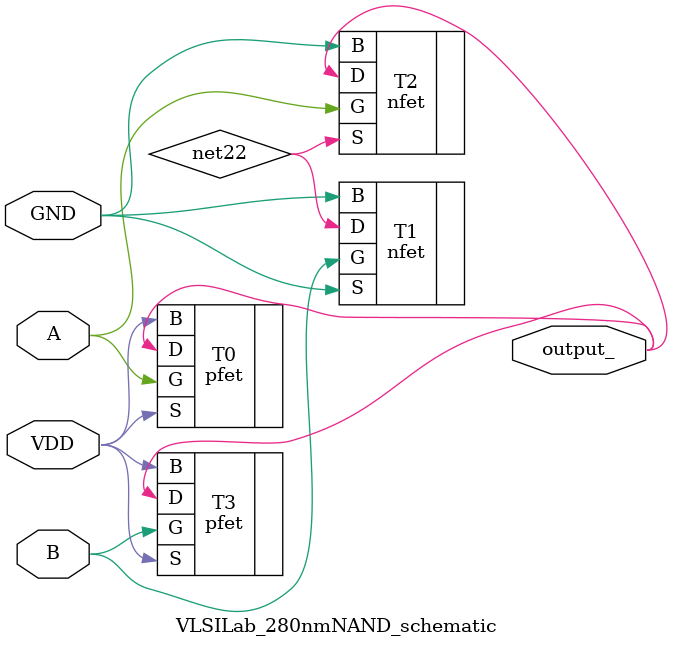
<source format=v>

module VLSILab_280nmNAND_schematic ( output_, GND, VDD, A, B );

output  output_;

//wire dirty_out;

inout  GND, VDD;

input  A, B;

//assign output_ = (dirty_out !== 1'bx) ? dirty_out : 1'bz;
//assign output_ = dirty_out;
specify 
    //specparam CDS_LIBNAME  = "VLSILab";
    //specparam CDS_CELLNAME = "280nmNAND";
    //specparam CDS_VIEWNAME = "schematic";
endspecify

nfet  T2 ( .G(A), .B(GND), .S(net22), .D(output_));
nfet  T1 ( .G(B), .B(GND), .S(GND), .D(net22));
pfet  T3 ( .G(B), .B(VDD), .S(VDD), .D(output_));
pfet  T0 ( .G(A), .B(VDD), .S(VDD), .D(output_));

endmodule

</source>
